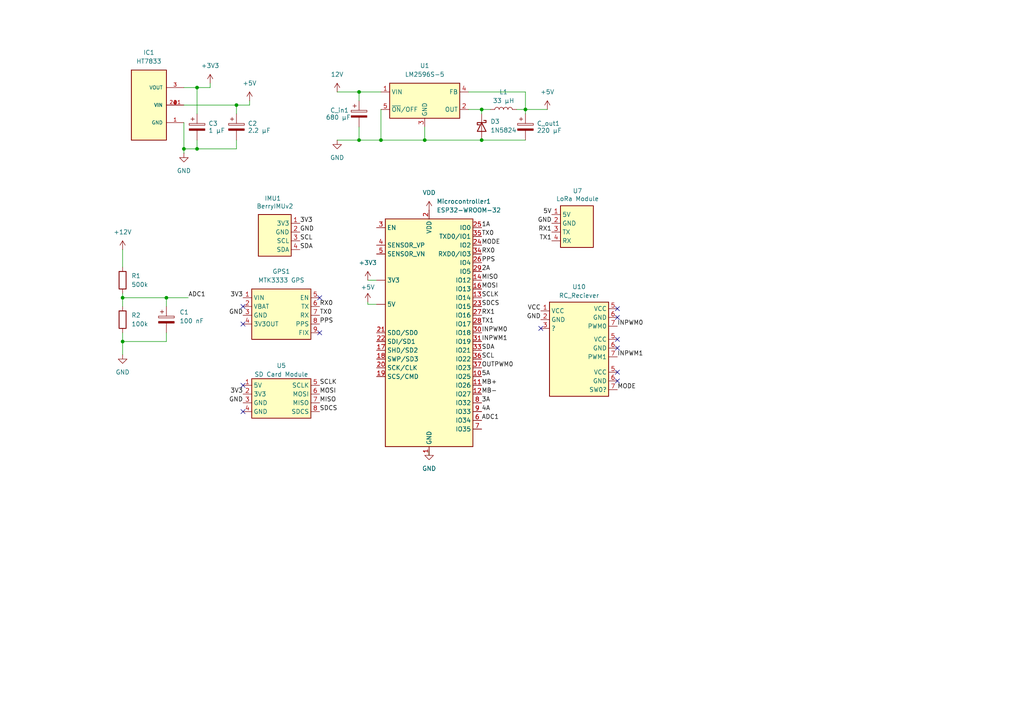
<source format=kicad_sch>
(kicad_sch (version 20250114) (generator "eeschema") (generator_version "9.0")
  (paper "A4")
  (lib_symbols
    (symbol "Device:C_Polarized" (pin_numbers (hide yes)) (pin_names (offset 0.254))
      (property "Reference" "C" (at 0.635 2.54 0))
      (property "Value" "C_Polarized" (at 0.635 -2.54 0))
      (symbol "C_Polarized_0_1"
        (rectangle (start -2.286 0.508) (end 2.286 1.016))
        (polyline (pts (xy -1.778 2.286) (xy -0.762 2.286)))
        (polyline (pts (xy -1.27 2.794) (xy -1.27 1.778)))
        (rectangle (start 2.286 -0.508) (end -2.286 -1.016) (fill (type outline)))
      )
      (symbol "C_Polarized_1_1"
        (pin passive line (at 0 3.81 270) (length 2.794) (name "~") (number "1"))
        (pin passive line (at 0 -3.81 90) (length 2.794) (name "~") (number "2"))
      )
    )
    (symbol "Device:L" (pin_numbers (hide yes)) (pin_names (offset 1.016) (hide yes))
      (property "Reference" "L" (at -1.27 0 90))
      (property "Value" "L" (at 1.905 0 90))
      (symbol "L_0_1"
        (arc (start 0 2.54) (mid 0.6323 1.905) (end 0 1.27))
        (arc (start 0 1.27) (mid 0.6323 0.635) (end 0 0))
        (arc (start 0 0) (mid 0.6323 -0.635) (end 0 -1.27))
        (arc (start 0 -1.27) (mid 0.6323 -1.905) (end 0 -2.54))
      )
      (symbol "L_1_1"
        (pin passive line (at 0 3.81 270) (length 1.27) (name "1") (number "1"))
        (pin passive line (at 0 -3.81 90) (length 1.27) (name "2") (number "2"))
      )
    )
    (symbol "Device:R" (pin_numbers (hide yes)) (pin_names (offset 0))
      (property "Reference" "R" (at 2.032 0 90))
      (property "Value" "R" (at 0 0 90))
      (symbol "R_0_1"
        (rectangle (start -1.016 -2.54) (end 1.016 2.54) (stroke (width 0.254)))
      )
      (symbol "R_1_1"
        (pin passive line (at 0 3.81 270) (length 1.27) (name "~") (number "1"))
        (pin passive line (at 0 -3.81 90) (length 1.27) (name "~") (number "2"))
      )
    )
    (symbol "Diode:1N5820" (pin_numbers (hide yes)) (pin_names (offset 1.016) (hide yes))
      (property "Reference" "D" (at 0 2.54 0))
      (property "Value" "1N5820" (at 0 -2.54 0))
      (symbol "1N5820_0_1"
        (polyline (pts (xy -1.905 0.635) (xy -1.905 1.27) (xy -1.27 1.27) (xy -1.27 -1.27) (xy -0.635 -1.27) (xy -0.635 -0.635)) (stroke (width 0.254)))
        (polyline (pts (xy 1.27 1.27) (xy 1.27 -1.27) (xy -1.27 0) (xy 1.27 1.27)) (stroke (width 0.254)))
        (polyline (pts (xy 1.27 0) (xy -1.27 0)))
      )
      (symbol "1N5820_1_1"
        (pin passive line (at -3.81 0 0) (length 2.54) (name "K") (number "1"))
        (pin passive line (at 3.81 0 180) (length 2.54) (name "A") (number "2"))
      )
    )
    (symbol "HT7833:HT7833" (pin_names (offset 1.016))
      (property "Reference" "IC" (at -10.16 10.668 0))
      (property "Value" "HT7833" (at -0.762 10.668 0))
      (symbol "HT7833_0_0"
        (rectangle (start -10.16 0) (end 10.16 10.16) (stroke (width 0.254)) (fill (type background)))
        (pin bidirectional line (at -5.08 -5.08 90) (length 5.08) (name "GND") (number "1"))
        (pin bidirectional line (at 0 -5.08 90) (length 5.08) (name "VIN") (number "2"))
        (pin bidirectional line (at 0 -5.08 90) (length 5.08) (name "VIN") (number "2@1"))
        (pin bidirectional line (at 5.08 -5.08 90) (length 5.08) (name "VOUT") (number "3"))
      )
    )
    (symbol "Microtransat:BerryIMUv2"
      (property "Reference" "U" (at -1.905 -1.27 0))
      (property "Value" "BerryIMUv2" (at -0.635 -15.875 0))
      (symbol "BerryIMUv2_0_1"
        (rectangle (start -5.715 -2.54) (end 3.81 -14.605) (stroke (width 0.254)) (fill (type background)))
      )
      (symbol "BerryIMUv2_1_1"
        (pin power_in line (at -8.255 -5.08 0) (length 2.54) (name "3V3") (number "1"))
        (pin power_in line (at -8.255 -7.62 0) (length 2.54) (name "GND") (number "2"))
        (pin bidirectional line (at -8.255 -10.16 0) (length 2.54) (name "SCL") (number "3"))
        (pin bidirectional line (at -8.255 -12.7 0) (length 2.54) (name "SDA") (number "4"))
      )
    )
    (symbol "Microtransat:ESP32-WROOM-32"
      (property "Reference" "U" (at -12.7 34.29 0))
      (property "Value" "ESP32-WROOM-32" (at 1.27 34.29 0))
      (symbol "ESP32-WROOM-32_0_1"
        (rectangle (start -12.7 33.02) (end 12.7 -33.02) (stroke (width 0.254)) (fill (type background)))
      )
      (symbol "ESP32-WROOM-32_1_1"
        (pin input line (at -15.24 30.48 0) (length 2.54) (name "EN") (number "3"))
        (pin input line (at -15.24 25.4 0) (length 2.54) (name "SENSOR_VP") (number "4"))
        (pin input line (at -15.24 22.86 0) (length 2.54) (name "SENSOR_VN") (number "5"))
        (pin power_out line (at -15.24 15.24 0) (length 2.54) (name "3V3") (number ""))
        (pin power_out line (at -15.24 8.255 0) (length 2.54) (name "5V") (number ""))
        (pin bidirectional line (at -15.24 0 0) (length 2.54) (name "SDO/SD0") (number "21"))
        (pin bidirectional line (at -15.24 -2.54 0) (length 2.54) (name "SDI/SD1") (number "22"))
        (pin bidirectional line (at -15.24 -5.08 0) (length 2.54) (name "SHD/SD2") (number "17"))
        (pin bidirectional line (at -15.24 -7.62 0) (length 2.54) (name "SWP/SD3") (number "18"))
        (pin bidirectional line (at -15.24 -10.16 0) (length 2.54) (name "SCK/CLK") (number "20"))
        (pin bidirectional line (at -15.24 -12.7 0) (length 2.54) (name "SCS/CMD") (number "19"))
        (pin no_connect line (at -12.7 -27.94 0) (length 2.54) (hide yes) (name "NC") (number "32"))
        (pin power_in line (at 0 35.56 270) (length 2.54) (name "VDD") (number "2"))
        (pin power_in line (at 0 -35.56 90) (length 2.54) (name "GND") (number "1"))
        (pin passive line (at 0 -35.56 90) (length 2.54) (hide yes) (name "GND") (number "15"))
        (pin passive line (at 0 -35.56 90) (length 2.54) (hide yes) (name "GND") (number "38"))
        (pin passive line (at 0 -35.56 90) (length 2.54) (hide yes) (name "GND") (number "39"))
        (pin bidirectional line (at 15.24 30.48 180) (length 2.54) (name "IO0") (number "25"))
        (pin bidirectional line (at 15.24 27.94 180) (length 2.54) (name "TXD0/IO1") (number "35"))
        (pin bidirectional line (at 15.24 25.4 180) (length 2.54) (name "IO2") (number "24"))
        (pin bidirectional line (at 15.24 22.86 180) (length 2.54) (name "RXD0/IO3") (number "34"))
        (pin bidirectional line (at 15.24 20.32 180) (length 2.54) (name "IO4") (number "26"))
        (pin bidirectional line (at 15.24 17.78 180) (length 2.54) (name "IO5") (number "29"))
        (pin bidirectional line (at 15.24 15.24 180) (length 2.54) (name "IO12") (number "14"))
        (pin bidirectional line (at 15.24 12.7 180) (length 2.54) (name "IO13") (number "16"))
        (pin bidirectional line (at 15.24 10.16 180) (length 2.54) (name "IO14") (number "13"))
        (pin bidirectional line (at 15.24 7.62 180) (length 2.54) (name "IO15") (number "23"))
        (pin bidirectional line (at 15.24 5.08 180) (length 2.54) (name "IO16") (number "27"))
        (pin bidirectional line (at 15.24 2.54 180) (length 2.54) (name "IO17") (number "28"))
        (pin bidirectional line (at 15.24 0 180) (length 2.54) (name "IO18") (number "30"))
        (pin bidirectional line (at 15.24 -2.54 180) (length 2.54) (name "IO19") (number "31"))
        (pin bidirectional line (at 15.24 -5.08 180) (length 2.54) (name "IO21") (number "33"))
        (pin bidirectional line (at 15.24 -7.62 180) (length 2.54) (name "IO22") (number "36"))
        (pin bidirectional line (at 15.24 -10.16 180) (length 2.54) (name "IO23") (number "37"))
        (pin bidirectional line (at 15.24 -12.7 180) (length 2.54) (name "IO25") (number "10"))
        (pin bidirectional line (at 15.24 -15.24 180) (length 2.54) (name "IO26") (number "11"))
        (pin bidirectional line (at 15.24 -17.78 180) (length 2.54) (name "IO27") (number "12"))
        (pin bidirectional line (at 15.24 -20.32 180) (length 2.54) (name "IO32") (number "8"))
        (pin bidirectional line (at 15.24 -22.86 180) (length 2.54) (name "IO33") (number "9"))
        (pin input line (at 15.24 -25.4 180) (length 2.54) (name "IO34") (number "6"))
        (pin input line (at 15.24 -27.94 180) (length 2.54) (name "IO35") (number "7"))
      )
    )
    (symbol "Microtransat:LoRa Module"
      (property "Reference" "U" (at -1.905 -1.27 0))
      (property "Value" "LoRa Module" (at -0.635 -15.875 0))
      (symbol "LoRa Module_0_1"
        (rectangle (start -5.715 -2.54) (end 3.81 -14.605) (stroke (width 0.254)) (fill (type background)))
      )
      (symbol "LoRa Module_1_1"
        (pin power_in line (at -8.255 -5.08 0) (length 2.54) (name "5V") (number "1"))
        (pin power_in line (at -8.255 -7.62 0) (length 2.54) (name "GND") (number "2"))
        (pin bidirectional line (at -8.255 -10.16 0) (length 2.54) (name "TX") (number "3"))
        (pin bidirectional line (at -8.255 -12.7 0) (length 2.54) (name "RX") (number "4"))
      )
    )
    (symbol "Microtransat:MTK3333_GPS"
      (property "Reference" "U" (at 1.905 8.255 0))
      (property "Value" "MTK3333 GPS" (at 2.54 -10.16 0))
      (symbol "MTK3333_GPS_0_1"
        (rectangle (start -5.715 6.35) (end 11.43 -8.255) (stroke (width 0.254)) (fill (type background)))
      )
      (symbol "MTK3333_GPS_1_1"
        (pin power_in line (at -8.255 3.81 0) (length 2.54) (name "VIN") (number "1"))
        (pin power_in line (at -8.255 1.27 0) (length 2.54) (name "VBAT") (number "2"))
        (pin input line (at -8.255 -1.27 0) (length 2.54) (name "GND") (number "3"))
        (pin power_out line (at -8.255 -3.81 0) (length 2.54) (name "3V3OUT") (number "4"))
        (pin input line (at 13.97 3.81 180) (length 2.54) (name "EN") (number "5"))
        (pin output line (at 13.97 1.27 180) (length 2.54) (name "TX") (number "6"))
        (pin input line (at 13.97 -1.27 180) (length 2.54) (name "RX") (number "7"))
        (pin output line (at 13.97 -3.81 180) (length 2.54) (name "PPS") (number "8"))
        (pin output line (at 13.97 -6.35 180) (length 2.54) (name "FIX") (number "9"))
      )
    )
    (symbol "Microtransat:RC_Reciever"
      (property "Reference" "U" (at 1.905 8.255 0))
      (property "Value" "RC_Reciever" (at 3.175 -22.86 0))
      (symbol "RC_Reciever_0_1"
        (rectangle (start -5.715 6.35) (end 11.43 -20.955) (stroke (width 0.254)) (fill (type background)))
      )
      (symbol "RC_Reciever_1_1"
        (pin power_in line (at -8.255 3.81 0) (length 2.54) (name "VCC") (number "1"))
        (pin power_in line (at -8.255 1.27 0) (length 2.54) (name "GND") (number "2"))
        (pin power_in line (at -8.255 -1.27 0) (length 2.54) (name "?") (number "3"))
        (pin power_out line (at 13.97 4.445 180) (length 2.54) (name "VCC") (number "5"))
        (pin power_out line (at 13.97 1.905 180) (length 2.54) (name "GND") (number "6"))
        (pin output line (at 13.97 -0.635 180) (length 2.54) (name "PWM0") (number "7"))
        (pin power_out line (at 13.97 -4.445 180) (length 2.54) (name "VCC") (number "5"))
        (pin power_out line (at 13.97 -6.985 180) (length 2.54) (name "GND") (number "6"))
        (pin output line (at 13.97 -9.525 180) (length 2.54) (name "PWM1") (number "7"))
        (pin power_out line (at 13.97 -13.97 180) (length 2.54) (name "VCC") (number "5"))
        (pin power_out line (at 13.97 -16.51 180) (length 2.54) (name "GND") (number "6"))
        (pin output line (at 13.97 -19.05 180) (length 2.54) (name "SW0?") (number "7"))
      )
    )
    (symbol "Microtransat:SD Card Module"
      (property "Reference" "U" (at 2.54 6.985 0))
      (property "Value" "SD Card Module" (at 2.54 -6.985 0))
      (symbol "SD Card Module_0_1"
        (rectangle (start -5.715 5.715) (end 11.43 -5.715) (stroke (width 0.254)) (fill (type background)))
      )
      (symbol "SD Card Module_1_1"
        (pin power_in line (at -8.255 3.81 0) (length 2.54) (name "5V") (number "1"))
        (pin power_in line (at -8.255 1.27 0) (length 2.54) (name "3V3") (number "2"))
        (pin input line (at -8.255 -1.27 0) (length 2.54) (name "GND") (number "3"))
        (pin power_out line (at -8.255 -3.81 0) (length 2.54) (name "GND") (number "4"))
        (pin input line (at 13.97 3.81 180) (length 2.54) (name "SCLK") (number "5"))
        (pin input line (at 13.97 1.27 180) (length 2.54) (name "MOSI") (number "6"))
        (pin output line (at 13.97 -1.27 180) (length 2.54) (name "MISO") (number "7"))
        (pin input line (at 13.97 -3.81 180) (length 2.54) (name "SDCS") (number "8"))
      )
    )
    (symbol "Regulator_Switching:LM2596S-5"
      (property "Reference" "U" (at -10.16 6.35 0))
      (property "Value" "LM2596S-5" (at 0 6.35 0))
      (symbol "LM2596S-5_0_1"
        (rectangle (start -10.16 5.08) (end 10.16 -5.08) (stroke (width 0.254)) (fill (type background)))
      )
      (symbol "LM2596S-5_1_1"
        (pin power_in line (at -12.7 2.54 0) (length 2.54) (name "VIN") (number "1"))
        (pin input line (at -12.7 -2.54 0) (length 2.54) (name "~{ON}/OFF") (number "5"))
        (pin power_in line (at 0 -7.62 90) (length 2.54) (name "GND") (number "3"))
        (pin input line (at 12.7 2.54 180) (length 2.54) (name "FB") (number "4"))
        (pin output line (at 12.7 -2.54 180) (length 2.54) (name "OUT") (number "2"))
      )
    )
    (symbol "power:+12V" (power) (pin_numbers (hide yes)) (pin_names (offset 0) (hide yes))
      (property "Value" "+12V" (at 0 3.556 0))
      (symbol "+12V_0_1"
        (polyline (pts (xy -0.762 1.27) (xy 0 2.54)))
        (polyline (pts (xy 0 2.54) (xy 0.762 1.27)))
        (polyline (pts (xy 0 0) (xy 0 2.54)))
      )
      (symbol "+12V_1_1"
        (pin power_in line (at 0 0 90) (length 0) (name "~") (number "1"))
      )
    )
    (symbol "power:+3V3" (power) (pin_numbers (hide yes)) (pin_names (offset 0) (hide yes))
      (property "Value" "+3V3" (at 0 3.556 0))
      (symbol "+3V3_0_1"
        (polyline (pts (xy -0.762 1.27) (xy 0 2.54)))
        (polyline (pts (xy 0 2.54) (xy 0.762 1.27)))
        (polyline (pts (xy 0 0) (xy 0 2.54)))
      )
      (symbol "+3V3_1_1"
        (pin power_in line (at 0 0 90) (length 0) (name "~") (number "1"))
      )
    )
    (symbol "power:+5V" (power) (pin_numbers (hide yes)) (pin_names (offset 0) (hide yes))
      (property "Value" "+5V" (at 0 3.556 0))
      (symbol "+5V_0_1"
        (polyline (pts (xy -0.762 1.27) (xy 0 2.54)))
        (polyline (pts (xy 0 2.54) (xy 0.762 1.27)))
        (polyline (pts (xy 0 0) (xy 0 2.54)))
      )
      (symbol "+5V_1_1"
        (pin power_in line (at 0 0 90) (length 0) (name "~") (number "1"))
      )
    )
    (symbol "power:GND" (power) (pin_numbers (hide yes)) (pin_names (offset 0) (hide yes))
      (property "Value" "GND" (at 0 -3.81 0))
      (symbol "GND_0_1"
        (polyline (pts (xy 0 0) (xy 0 -1.27) (xy 1.27 -1.27) (xy 0 -2.54) (xy -1.27 -1.27) (xy 0 -1.27)))
      )
      (symbol "GND_1_1"
        (pin power_in line (at 0 0 270) (length 0) (name "~") (number "1"))
      )
    )
    (symbol "power:VDD" (power) (pin_numbers (hide yes)) (pin_names (offset 0) (hide yes))
      (property "Value" "VDD" (at 0 3.556 0))
      (symbol "VDD_0_1"
        (polyline (pts (xy -0.762 1.27) (xy 0 2.54)))
        (polyline (pts (xy 0 2.54) (xy 0.762 1.27)))
        (polyline (pts (xy 0 0) (xy 0 2.54)))
      )
      (symbol "VDD_1_1"
        (pin power_in line (at 0 0 90) (length 0) (name "~") (number "1"))
      )
    )
  )
  (junction (at 110.49 40.64))
  (junction (at 48.26 86.36))
  (junction (at 35.56 99.06))
  (junction (at 57.15 43.18))
  (junction (at 139.7 40.64))
  (junction (at 68.58 30.48))
  (junction (at 104.14 40.64))
  (junction (at 35.56 86.36))
  (junction (at 139.7 31.75))
  (junction (at 57.15 25.4))
  (junction (at 53.34 43.18))
  (junction (at 152.4 31.75))
  (junction (at 104.14 26.67))
  (junction (at 123.19 40.64))
  (no_connect (at 179.07 107.95))
  (no_connect (at 70.485 93.98))
  (no_connect (at 179.07 98.425))
  (no_connect (at 92.71 86.36))
  (no_connect (at 179.07 110.49))
  (no_connect (at 179.07 92.075))
  (no_connect (at 156.845 95.25))
  (no_connect (at 70.485 111.76))
  (no_connect (at 92.71 96.52))
  (no_connect (at 70.485 119.38))
  (no_connect (at 179.07 100.965))
  (no_connect (at 70.485 88.9))
  (no_connect (at 179.07 89.535))
  (wire (pts (xy 110.49 40.64) (xy 123.19 40.64)))
  (wire (pts (xy 60.96 25.4) (xy 60.96 24.13)))
  (wire (pts (xy 97.79 40.64) (xy 104.14 40.64)))
  (wire (pts (xy 53.34 43.18) (xy 53.34 44.45)))
  (wire (pts (xy 68.58 33.02) (xy 68.58 30.48)))
  (wire (pts (xy 104.14 29.21) (xy 104.14 26.67)))
  (wire (pts (xy 35.56 86.36) (xy 48.26 86.36)))
  (wire (pts (xy 48.26 86.36) (xy 54.61 86.36)))
  (wire (pts (xy 53.34 43.18) (xy 57.15 43.18)))
  (wire (pts (xy 53.34 35.56) (xy 53.34 43.18)))
  (wire (pts (xy 152.4 26.67) (xy 152.4 31.75)))
  (wire (pts (xy 57.15 25.4) (xy 57.15 33.02)))
  (wire (pts (xy 35.56 85.09) (xy 35.56 86.36)))
  (wire (pts (xy 48.26 96.52) (xy 48.26 99.06)))
  (wire (pts (xy 104.14 40.64) (xy 110.49 40.64)))
  (wire (pts (xy 135.89 26.67) (xy 152.4 26.67)))
  (wire (pts (xy 35.56 99.06) (xy 35.56 102.87)))
  (wire (pts (xy 152.4 33.02) (xy 152.4 31.75)))
  (wire (pts (xy 48.26 99.06) (xy 35.56 99.06)))
  (wire (pts (xy 104.14 36.83) (xy 104.14 40.64)))
  (wire (pts (xy 139.7 40.64) (xy 152.4 40.64)))
  (wire (pts (xy 48.26 86.36) (xy 48.26 88.9)))
  (wire (pts (xy 124.46 132.08) (xy 124.46 130.81)))
  (wire (pts (xy 35.56 72.39) (xy 35.56 77.47)))
  (wire (pts (xy 152.4 31.75) (xy 158.75 31.75)))
  (wire (pts (xy 109.22 88.265) (xy 106.68 88.265)))
  (wire (pts (xy 53.34 25.4) (xy 57.15 25.4)))
  (wire (pts (xy 110.49 31.75) (xy 110.49 40.64)))
  (wire (pts (xy 57.15 43.18) (xy 68.58 43.18)))
  (wire (pts (xy 53.34 30.48) (xy 68.58 30.48)))
  (wire (pts (xy 149.86 31.75) (xy 152.4 31.75)))
  (wire (pts (xy 104.14 26.67) (xy 110.49 26.67)))
  (wire (pts (xy 60.96 25.4) (xy 57.15 25.4)))
  (wire (pts (xy 135.89 31.75) (xy 139.7 31.75)))
  (wire (pts (xy 35.56 96.52) (xy 35.56 99.06)))
  (wire (pts (xy 57.15 40.64) (xy 57.15 43.18)))
  (wire (pts (xy 68.58 43.18) (xy 68.58 40.64)))
  (wire (pts (xy 139.7 40.64) (xy 123.19 40.64)))
  (wire (pts (xy 68.58 30.48) (xy 72.39 30.48)))
  (wire (pts (xy 142.24 31.75) (xy 139.7 31.75)))
  (wire (pts (xy 72.39 30.48) (xy 72.39 29.21)))
  (wire (pts (xy 139.7 33.02) (xy 139.7 31.75)))
  (wire (pts (xy 35.56 86.36) (xy 35.56 88.9)))
  (wire (pts (xy 106.68 81.28) (xy 109.22 81.28)))
  (wire (pts (xy 106.68 88.265) (xy 106.68 87.63)))
  (wire (pts (xy 123.19 40.64) (xy 123.19 36.83)))
  (wire (pts (xy 97.79 26.67) (xy 104.14 26.67)))
  (label "INPWM0" (at 179.07 94.615 0))
  (label "4A" (at 139.7 119.38 0))
  (label "SDA" (at 139.7 101.6 0))
  (label "VCC" (at 156.845 90.17 180))
  (label "RX1" (at 139.7 91.44 0))
  (label "RX1" (at 160.02 67.31 180))
  (label "GND" (at 70.485 116.84 180))
  (label "RX0" (at 92.71 88.9 0))
  (label "ADC1" (at 139.7 121.92 0))
  (label "MOSI" (at 92.71 114.3 0))
  (label "MODE" (at 139.7 71.12 0))
  (label "ADC1" (at 54.61 86.36 0))
  (label "3V3" (at 70.485 86.36 180))
  (label "OUTPWM0" (at 139.7 106.68 0))
  (label "MISO" (at 92.71 116.84 0))
  (label "TX1" (at 160.02 69.85 180))
  (label "3V3" (at 70.485 114.3 180))
  (label "TX1" (at 139.7 93.98 0))
  (label "INPWM1" (at 139.7 99.06 0))
  (label "MODE" (at 179.07 113.03 0))
  (label "TX0" (at 139.7 68.58 0))
  (label "GND" (at 70.485 91.44 180))
  (label "MOSI" (at 139.7 83.82 0))
  (label "GND" (at 86.995 67.31 0))
  (label "SCL" (at 139.7 104.14 0))
  (label "SDCS" (at 92.71 119.38 0))
  (label "3A" (at 139.7 116.84 0))
  (label "PPS" (at 92.71 93.98 0))
  (label "PPS" (at 139.7 76.2 0))
  (label "SDCS" (at 139.7 88.9 0))
  (label "SDA" (at 86.995 72.39 0))
  (label "SCLK" (at 92.71 111.76 0))
  (label "2A" (at 139.7 78.74 0))
  (label "3V3" (at 86.995 64.77 0))
  (label "5A" (at 139.7 109.22 0))
  (label "RX0" (at 139.7 73.66 0))
  (label "GND" (at 160.02 64.77 180))
  (label "5V" (at 160.02 62.23 180))
  (label "MISO" (at 139.7 81.28 0))
  (label "TX0" (at 92.71 91.44 0))
  (label "SCL" (at 86.995 69.85 0))
  (label "SCLK" (at 139.7 86.36 0))
  (label "1A" (at 139.7 66.04 0))
  (label "INPWM0" (at 139.7 96.52 0))
  (label "MB-" (at 139.7 114.3 0))
  (label "MB+" (at 139.7 111.76 0))
  (label "GND" (at 156.845 92.71 180))
  (label "INPWM1" (at 179.07 103.505 0))
  (symbol (lib_id "Device:L") (at 146.05 31.75 90) (unit 1)
    (property "Reference" "L1" (at 146.05 26.67 90))
    (property "Value" "33 µH" (at 146.05 29.21 90))
    (property "Description" "Inductor" (effects (hide yes)))
  )
  (symbol (lib_id "Diode:1N5820") (at 139.7 36.83 270) (unit 1)
    (property "Reference" "D3" (at 142.24 35.2424 90) (effects (justify left)))
    (property "Value" "1N5824" (at 142.24 37.7824 90) (effects (justify left)))
    (property "Footprint" "Diode_THT:D_DO-201AD_P15.24mm_Horizontal" (effects (hide yes)))
    (property "Datasheet" "http://www.vishay.com/docs/88526/1n5820.pdf" (effects (hide yes)))
  )
  (symbol (lib_id "power:+3V3") (at 106.68 81.28 0) (unit 1)
    (property "Reference" "#PWR018" (effects (hide yes)))
    (property "Value" "+3V3" (at 106.68 76.2 0))
    (property "Description" "Power symbol creates a global label with name \"+3V3\"" (effects (hide yes)))
  )
  (symbol (lib_id "Microtransat:MTK3333_GPS") (at 78.74 90.17 0) (unit 1)
    (property "Reference" "GPS1" (at 81.5975 78.74 0))
    (property "Value" "MTK3333 GPS" (at 81.5975 81.28 0))
  )
  (symbol (lib_id "Device:R") (at 35.56 92.71 0) (unit 1)
    (property "Reference" "R2" (at 38.1 91.4399 0) (effects (justify left)))
    (property "Value" "100k" (at 38.1 93.9799 0) (effects (justify left)))
    (property "Description" "Resistor" (effects (hide yes)))
  )
  (symbol (lib_id "power:+12V") (at 35.56 72.39 0) (unit 1)
    (property "Reference" "#PWR029" (effects (hide yes)))
    (property "Value" "+12V" (at 35.56 67.31 0))
    (property "Description" "Power symbol creates a global label with name \"+12V\"" (effects (hide yes)))
  )
  (symbol (lib_id "power:GND") (at 35.56 102.87 0) (unit 1)
    (property "Reference" "#PWR032" (effects (hide yes)))
    (property "Value" "GND" (at 35.56 107.95 0))
    (property "Description" "Power symbol creates a global label with name \"GND\" , ground" (effects (hide yes)))
  )
  (symbol (lib_id "Device:C_Polarized") (at 104.14 33.02 0) (unit 1)
    (property "Reference" "C_in1" (at 95.758 32.004 0) (effects (justify left)))
    (property "Value" "680 µF" (at 94.488 34.036 0) (effects (justify left)))
    (property "Description" "Polarized capacitor" (effects (hide yes)))
  )
  (symbol (lib_id "Microtransat:SD Card Module") (at 78.74 115.57 0) (unit 1)
    (property "Reference" "U5" (at 81.5975 106.045 0))
    (property "Value" "SD Card Module" (at 81.5975 108.585 0))
  )
  (symbol (lib_id "power:GND") (at 124.46 130.81 0) (unit 1)
    (property "Reference" "#PWR01" (effects (hide yes)))
    (property "Value" "GND" (at 124.46 135.89 0))
    (property "Description" "Power symbol creates a global label with name \"GND\" , ground" (effects (hide yes)))
  )
  (symbol (lib_id "power:GND") (at 97.79 40.64 0) (unit 1)
    (property "Reference" "#PWR05" (effects (hide yes)))
    (property "Value" "GND" (at 97.79 45.72 0))
    (property "Description" "Power symbol creates a global label with name \"GND\" , ground" (effects (hide yes)))
  )
  (symbol (lib_id "power:+3V3") (at 60.96 24.13 0) (unit 1)
    (property "Reference" "#PWR017" (effects (hide yes)))
    (property "Value" "+3V3" (at 60.96 19.05 0))
    (property "Description" "Power symbol creates a global label with name \"+3V3\"" (effects (hide yes)))
  )
  (symbol (lib_id "power:+12V") (at 97.79 26.67 0) (unit 1)
    (property "Reference" "#PWR04" (effects (hide yes)))
    (property "Value" "12V" (at 97.79 21.59 0))
    (property "Description" "Power symbol creates a global label with name \"+12V\"" (effects (hide yes)))
  )
  (symbol (lib_id "Regulator_Switching:LM2596S-5") (at 123.19 29.21 0) (unit 1)
    (property "Reference" "U1" (at 123.19 19.05 0))
    (property "Value" "LM2596S-5" (at 123.19 21.59 0))
    (property "Footprint" "Package_TO_SOT_SMD:TO-263-5_TabPin3" (effects (hide yes)))
    (property "Datasheet" "http://www.ti.com/lit/ds/symlink/lm2596.pdf" (effects (hide yes)))
    (property "Description" "5V 3A Step-Down Voltage Regulator, TO-263" (effects (hide yes)))
  )
  (symbol (lib_id "Microtransat:ESP32-WROOM-32") (at 124.46 96.52 0) (unit 1)
    (property "Reference" "Microcontroller1" (at 126.6541 58.42 0) (effects (justify left)))
    (property "Value" "ESP32-WROOM-32" (at 126.6541 60.96 0) (effects (justify left)))
    (property "Footprint" "RF_Module:ESP32-WROOM-32" (effects (hide yes)))
    (property "Datasheet" "https://www.espressif.com/sites/default/files/documentation/esp32-wroom-32_datasheet_en.pdf" (effects (hide yes)))
  )
  (symbol (lib_id "power:+5V") (at 106.68 87.63 0) (unit 1)
    (property "Reference" "#PWR019" (effects (hide yes)))
    (property "Value" "+5V" (at 106.68 83.312 0))
    (property "Description" "Power symbol creates a global label with name \"+5V\"" (effects (hide yes)))
  )
  (symbol (lib_id "Microtransat:BerryIMUv2") (at 78.74 59.69 0) (mirror y) (unit 1)
    (property "Reference" "IMU1" (at 81.534 57.531 0) (effects (justify left)))
    (property "Value" "BerryIMUv2" (at 85.09 59.817 0) (effects (justify left)))
  )
  (symbol (lib_id "Device:C_Polarized") (at 48.26 92.71 0) (unit 1)
    (property "Reference" "C1" (at 52.07 90.5509 0) (effects (justify left)))
    (property "Value" "100 nF" (at 52.07 93.0909 0) (effects (justify left)))
    (property "Description" "Polarized capacitor" (effects (hide yes)))
  )
  (symbol (lib_id "Microtransat:LoRa Module") (at 168.275 57.15 0) (unit 1)
    (property "Reference" "U7" (at 166.116 55.372 0) (effects (justify left)))
    (property "Value" "LoRa Module" (at 161.29 57.658 0) (effects (justify left)))
  )
  (symbol (lib_id "power:+5V") (at 158.75 31.75 0) (unit 1)
    (property "Reference" "#PWR03" (effects (hide yes)))
    (property "Value" "+5V" (at 158.75 26.67 0))
    (property "Description" "Power symbol creates a global label with name \"+5V\"" (effects (hide yes)))
  )
  (symbol (lib_id "power:+5V") (at 72.39 29.21 0) (unit 1)
    (property "Reference" "#PWR015" (effects (hide yes)))
    (property "Value" "+5V" (at 72.39 24.13 0))
    (property "Description" "Power symbol creates a global label with name \"+5V\"" (effects (hide yes)))
  )
  (symbol (lib_id "Microtransat:RC_Reciever") (at 165.1 93.98 0) (unit 1)
    (property "Reference" "U10" (at 167.9575 83.185 0))
    (property "Value" "RC_Reciever" (at 167.9575 85.725 0))
  )
  (symbol (lib_id "Device:C_Polarized") (at 152.4 36.83 0) (unit 1)
    (property "Reference" "C_out1" (at 155.702 35.814 0) (effects (justify left)))
    (property "Value" "220 µF" (at 155.702 37.846 0) (effects (justify left)))
    (property "Description" "Polarized capacitor" (effects (hide yes)))
  )
  (symbol (lib_id "HT7833:HT7833") (at 48.26 30.48 90) (unit 1)
    (property "Reference" "IC1" (at 43.18 15.24 90))
    (property "Value" "HT7833" (at 43.18 17.78 90))
    (property "Footprint" "HT7833:SOT89" (effects (hide yes)))
    (property "MF" "Holtek Semiconductor" (effects (hide yes)))
    (property "Description_1" "Ldo, High Input Voltage, 3.3V, Sot-23-3 |Multicomp Pro HT7833S" (effects (hide yes)))
    (property "Package" "None" (effects (hide yes)))
    (property "Price" "None" (effects (hide yes)))
    (property "SnapEDA_Link" "https://www.snapeda.com/parts/HT7833/Holtek/view-part/?ref=snap" (effects (hide yes)))
    (property "MP" "HT7833" (effects (hide yes)))
    (property "Availability" "In Stock" (effects (hide yes)))
    (property "Check_prices" "https://www.snapeda.com/parts/HT7833/Holtek/view-part/?ref=eda" (effects (hide yes)))
  )
  (symbol (lib_id "Device:C_Polarized") (at 57.15 36.83 0) (unit 1)
    (property "Reference" "C3" (at 60.452 35.814 0) (effects (justify left)))
    (property "Value" "1 µF" (at 60.452 37.846 0) (effects (justify left)))
    (property "Description" "Polarized capacitor" (effects (hide yes)))
  )
  (symbol (lib_id "Device:C_Polarized") (at 68.58 36.83 0) (unit 1)
    (property "Reference" "C2" (at 71.882 35.814 0) (effects (justify left)))
    (property "Value" "2.2 µF" (at 71.882 37.846 0) (effects (justify left)))
    (property "Description" "Polarized capacitor" (effects (hide yes)))
  )
  (symbol (lib_id "power:VDD") (at 124.46 60.96 0) (unit 1)
    (property "Reference" "#PWR02" (effects (hide yes)))
    (property "Value" "VDD" (at 124.46 55.88 0))
    (property "Description" "Power symbol creates a global label with name \"VDD\"" (effects (hide yes)))
  )
  (symbol (lib_id "power:GND") (at 53.34 44.45 0) (unit 1)
    (property "Reference" "#PWR016" (effects (hide yes)))
    (property "Value" "GND" (at 53.34 49.53 0))
    (property "Description" "Power symbol creates a global label with name \"GND\" , ground" (effects (hide yes)))
  )
  (symbol (lib_id "Device:R") (at 35.56 81.28 0) (unit 1)
    (property "Reference" "R1" (at 38.1 80.0099 0) (effects (justify left)))
    (property "Value" "500k" (at 38.1 82.5499 0) (effects (justify left)))
    (property "Description" "Resistor" (effects (hide yes)))
  )
)
</source>
